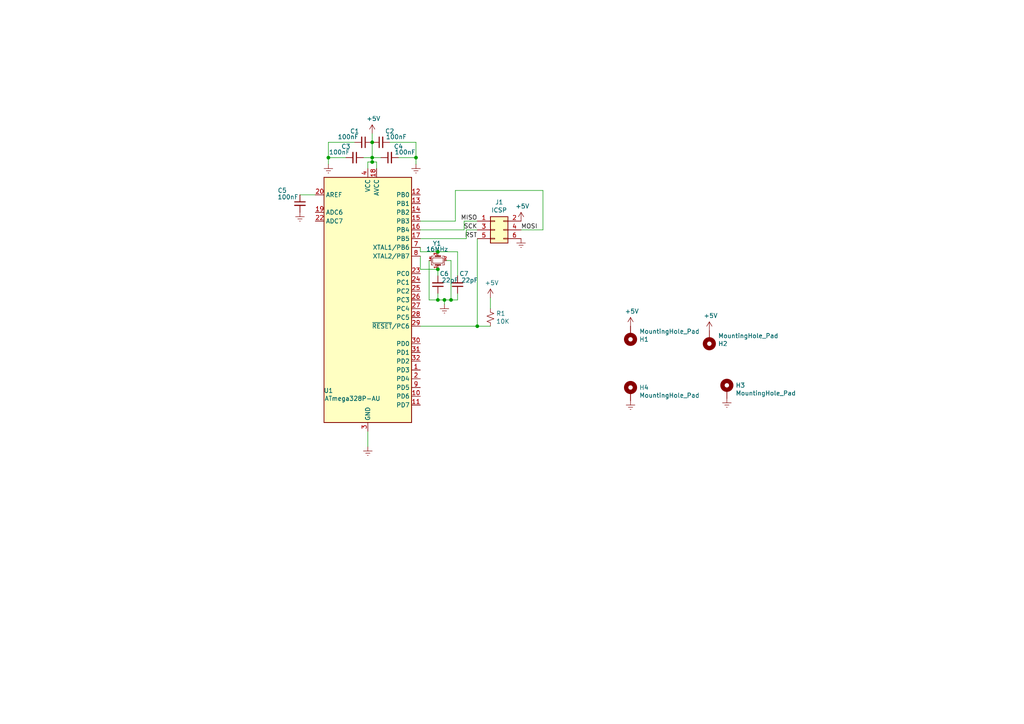
<source format=kicad_sch>
(kicad_sch (version 20200512) (host eeschema "(5.99.0-1662-g9db296991)")
  (page 1 1)
  (paper "A4")
  (lib_symbols
    (symbol "Connector_Generic:Conn_02x03_Odd_Even" (pin_names hide)
      (property "Reference" "J" (at 1.27 5.08 0))
      (property "Value" "Conn_02x03_Odd_Even" (at 1.27 -5.08 0))
      (symbol "Conn_02x03_Odd_Even_1_1"
        (rectangle (start -1.27 -2.413) (end 0 -2.667))
        (rectangle (start -1.27 2.667) (end 0 2.413))
        (rectangle (start -1.27 3.81) (end 3.81 -3.81) (stroke (width 0.254)) (fill (type background)))
        (rectangle (start -1.27 0.127) (end 0 -0.127))
        (rectangle (start 3.81 -2.413) (end 2.54 -2.667))
        (rectangle (start 3.81 2.667) (end 2.54 2.413))
        (rectangle (start 3.81 0.127) (end 2.54 -0.127))
        (pin passive line (at -5.08 2.54 0) (length 3.81) (name "Pin_1") (number "1"))
        (pin passive line (at 7.62 2.54 180) (length 3.81) (name "Pin_2") (number "2"))
        (pin passive line (at -5.08 0 0) (length 3.81) (name "Pin_3") (number "3"))
        (pin passive line (at 7.62 0 180) (length 3.81) (name "Pin_4") (number "4"))
        (pin passive line (at -5.08 -2.54 0) (length 3.81) (name "Pin_5") (number "5"))
        (pin passive line (at 7.62 -2.54 180) (length 3.81) (name "Pin_6") (number "6"))
      )
    )
    (symbol "Device:C_Small" (pin_numbers hide) (pin_names (offset 0.254) hide)
      (property "Reference" "C" (at 0.254 1.778 0))
      (property "Value" "C_Small" (at 0.254 -2.032 0))
      (symbol "C_Small_0_1"
        (polyline (pts (xy -1.524 -0.508) (xy 1.524 -0.508)) (stroke (width 0.3302)))
        (polyline (pts (xy -1.524 0.508) (xy 1.524 0.508)) (stroke (width 0.3048)))
      )
      (symbol "C_Small_1_1"
        (pin passive line (at 0 2.54 270) (length 2.032) (name "~") (number "1"))
        (pin passive line (at 0 -2.54 90) (length 2.032) (name "~") (number "2"))
      )
    )
    (symbol "Device:Crystal_GND24_Small" (pin_names hide)
      (property "Reference" "Y" (at 1.27 4.445 0))
      (property "Value" "Crystal_GND24_Small" (at 1.27 2.54 0))
      (symbol "Crystal_GND24_Small_0_1"
        (rectangle (start -0.762 -1.524) (end 0.762 1.524))
        (polyline (pts (xy -1.27 -0.762) (xy -1.27 0.762)) (stroke (width 0.381)))
        (polyline (pts (xy 1.27 -0.762) (xy 1.27 0.762)) (stroke (width 0.381)))
        (polyline (pts (xy -1.27 -1.27) (xy -1.27 -1.905) (xy 1.27 -1.905) (xy 1.27 -1.27)))
        (polyline (pts (xy -1.27 1.27) (xy -1.27 1.905) (xy 1.27 1.905) (xy 1.27 1.27)))
      )
      (symbol "Crystal_GND24_Small_1_1"
        (pin passive line (at -2.54 0 0) (length 1.27) (name "1") (number "1"))
        (pin passive line (at 0 -2.54 90) (length 0.635) (name "2") (number "2"))
        (pin passive line (at 2.54 0 180) (length 1.27) (name "3") (number "3"))
        (pin passive line (at 0 2.54 270) (length 0.635) (name "4") (number "4"))
      )
    )
    (symbol "Device:R_Small_US" (pin_numbers hide) (pin_names (offset 0.254) hide)
      (property "Reference" "R" (at 0.762 0.508 0))
      (property "Value" "R_Small_US" (at 0.762 -1.016 0))
      (symbol "R_Small_US_1_1"
        (polyline (pts (xy 0 0) (xy 1.016 -0.381) (xy 0 -0.762) (xy -1.016 -1.143) (xy 0 -1.524)))
        (polyline (pts (xy 0 1.524) (xy 1.016 1.143) (xy 0 0.762) (xy -1.016 0.381) (xy 0 0)))
        (pin passive line (at 0 2.54 270) (length 1.016) (name "~") (number "1"))
        (pin passive line (at 0 -2.54 90) (length 1.016) (name "~") (number "2"))
      )
    )
    (symbol "MCU_Microchip_ATmega:ATmega328P-AU" (pin_names (offset 0.508))
      (property "Reference" "U" (at -12.7 36.83 0))
      (property "Value" "ATmega328P-AU" (at 2.54 -36.83 0))
      (symbol "ATmega328P-AU_0_1"
        (rectangle (start -12.7 -35.56) (end 12.7 35.56) (stroke (width 0.254)) (fill (type background)))
      )
      (symbol "ATmega328P-AU_1_1"
        (pin bidirectional line (at 15.24 -20.32 180) (length 2.54) (name "PD3") (number "1"))
        (pin bidirectional line (at 15.24 -27.94 180) (length 2.54) (name "PD6") (number "10"))
        (pin bidirectional line (at 15.24 -30.48 180) (length 2.54) (name "PD7") (number "11"))
        (pin bidirectional line (at 15.24 30.48 180) (length 2.54) (name "PB0") (number "12"))
        (pin bidirectional line (at 15.24 27.94 180) (length 2.54) (name "PB1") (number "13"))
        (pin bidirectional line (at 15.24 25.4 180) (length 2.54) (name "PB2") (number "14"))
        (pin bidirectional line (at 15.24 22.86 180) (length 2.54) (name "PB3") (number "15"))
        (pin bidirectional line (at 15.24 20.32 180) (length 2.54) (name "PB4") (number "16"))
        (pin bidirectional line (at 15.24 17.78 180) (length 2.54) (name "PB5") (number "17"))
        (pin power_in line (at 2.54 38.1 270) (length 2.54) (name "AVCC") (number "18"))
        (pin input line (at -15.24 25.4 0) (length 2.54) (name "ADC6") (number "19"))
        (pin bidirectional line (at 15.24 -22.86 180) (length 2.54) (name "PD4") (number "2"))
        (pin passive line (at -15.24 30.48 0) (length 2.54) (name "AREF") (number "20"))
        (pin passive line (at 0 -38.1 90) (length 2.54) (name "GND") (number "21") hide)
        (pin input line (at -15.24 22.86 0) (length 2.54) (name "ADC7") (number "22"))
        (pin bidirectional line (at 15.24 7.62 180) (length 2.54) (name "PC0") (number "23"))
        (pin bidirectional line (at 15.24 5.08 180) (length 2.54) (name "PC1") (number "24"))
        (pin bidirectional line (at 15.24 2.54 180) (length 2.54) (name "PC2") (number "25"))
        (pin bidirectional line (at 15.24 0 180) (length 2.54) (name "PC3") (number "26"))
        (pin bidirectional line (at 15.24 -2.54 180) (length 2.54) (name "PC4") (number "27"))
        (pin bidirectional line (at 15.24 -5.08 180) (length 2.54) (name "PC5") (number "28"))
        (pin bidirectional line (at 15.24 -7.62 180) (length 2.54) (name "~RESET~/PC6") (number "29"))
        (pin power_in line (at 0 -38.1 90) (length 2.54) (name "GND") (number "3"))
        (pin bidirectional line (at 15.24 -12.7 180) (length 2.54) (name "PD0") (number "30"))
        (pin bidirectional line (at 15.24 -15.24 180) (length 2.54) (name "PD1") (number "31"))
        (pin bidirectional line (at 15.24 -17.78 180) (length 2.54) (name "PD2") (number "32"))
        (pin power_in line (at 0 38.1 270) (length 2.54) (name "VCC") (number "4"))
        (pin passive line (at 0 -38.1 90) (length 2.54) (name "GND") (number "5") hide)
        (pin passive line (at 0 38.1 270) (length 2.54) (name "VCC") (number "6") hide)
        (pin bidirectional line (at 15.24 15.24 180) (length 2.54) (name "XTAL1/PB6") (number "7"))
        (pin bidirectional line (at 15.24 12.7 180) (length 2.54) (name "XTAL2/PB7") (number "8"))
        (pin bidirectional line (at 15.24 -25.4 180) (length 2.54) (name "PD5") (number "9"))
      )
    )
    (symbol "Mechanical:MountingHole_Pad" (pin_numbers hide) (pin_names hide)
      (property "Reference" "H" (at 0 6.35 0))
      (property "Value" "MountingHole_Pad" (at 0 4.445 0))
      (symbol "MountingHole_Pad_0_1"
        (circle (center 0 1.27) (radius 1.27) (stroke (width 1.27)))
      )
      (symbol "MountingHole_Pad_1_1"
        (pin input line (at 0 -2.54 90) (length 2.54) (name "1") (number "1"))
      )
    )
    (symbol "power:+5V" (power) (pin_names (offset 0))
      (property "Value" "+5V" (at 0 3.556 0))
      (symbol "+5V_0_1"
        (polyline (pts (xy -0.762 1.27) (xy 0 2.54)))
        (polyline (pts (xy 0 0) (xy 0 2.54)))
        (polyline (pts (xy 0 2.54) (xy 0.762 1.27)))
      )
      (symbol "+5V_1_1"
        (pin power_in line (at 0 0 90) (length 0) (name "+5V") (number "1") hide)
      )
    )
    (symbol "power:GNDREF" (power) (pin_names (offset 0))
      (property "Value" "GNDREF" (at 0 -3.81 0))
      (symbol "GNDREF_0_1"
        (polyline (pts (xy -0.635 -1.905) (xy 0.635 -1.905)))
        (polyline (pts (xy -0.127 -2.54) (xy 0.127 -2.54)))
        (polyline (pts (xy 0 -1.27) (xy 0 0)))
        (polyline (pts (xy 1.27 -1.27) (xy -1.27 -1.27)))
      )
      (symbol "GNDREF_1_1"
        (pin power_in line (at 0 0 270) (length 0) (name "GNDREF") (number "1") hide)
      )
    )
  )
  (junction (at 95.25 45.72))
  (junction (at 107.95 41.275))
  (junction (at 107.95 45.72))
  (junction (at 107.95 46.99))
  (junction (at 120.65 45.72))
  (junction (at 127 73.025))
  (junction (at 127 78.105))
  (junction (at 127 86.995))
  (junction (at 128.905 86.995))
  (junction (at 130.81 86.995))
  (junction (at 138.43 94.615))
  (wire (pts (xy 86.995 56.515) (xy 91.44 56.515)))
  (wire (pts (xy 95.25 41.275) (xy 95.25 45.72)))
  (wire (pts (xy 95.25 45.72) (xy 95.25 47.625)))
  (wire (pts (xy 95.25 45.72) (xy 100.33 45.72)))
  (wire (pts (xy 102.87 41.275) (xy 95.25 41.275)))
  (wire (pts (xy 105.41 45.72) (xy 107.95 45.72)))
  (wire (pts (xy 106.68 46.99) (xy 107.95 46.99)))
  (wire (pts (xy 106.68 48.895) (xy 106.68 46.99)))
  (wire (pts (xy 106.68 125.095) (xy 106.68 129.54)))
  (wire (pts (xy 107.95 38.735) (xy 107.95 41.275)))
  (wire (pts (xy 107.95 41.275) (xy 107.95 45.72)))
  (wire (pts (xy 107.95 45.72) (xy 107.95 46.99)))
  (wire (pts (xy 107.95 45.72) (xy 110.49 45.72)))
  (wire (pts (xy 107.95 46.99) (xy 109.22 46.99)))
  (wire (pts (xy 109.22 46.99) (xy 109.22 48.895)))
  (wire (pts (xy 113.03 41.275) (xy 120.65 41.275)))
  (wire (pts (xy 120.65 41.275) (xy 120.65 45.72)))
  (wire (pts (xy 120.65 45.72) (xy 115.57 45.72)))
  (wire (pts (xy 120.65 45.72) (xy 120.65 47.625)))
  (wire (pts (xy 121.92 64.135) (xy 132.08 64.135)))
  (wire (pts (xy 121.92 69.215) (xy 135.255 69.215)))
  (wire (pts (xy 121.92 73.025) (xy 121.92 71.755)))
  (wire (pts (xy 121.92 78.105) (xy 121.92 74.295)))
  (wire (pts (xy 121.92 94.615) (xy 138.43 94.615)))
  (wire (pts (xy 124.46 75.565) (xy 124.46 86.995)))
  (wire (pts (xy 124.46 86.995) (xy 127 86.995)))
  (wire (pts (xy 127 73.025) (xy 121.92 73.025)))
  (wire (pts (xy 127 73.025) (xy 132.715 73.025)))
  (wire (pts (xy 127 78.105) (xy 121.92 78.105)))
  (wire (pts (xy 127 78.105) (xy 127 80.01)))
  (wire (pts (xy 127 85.09) (xy 127 86.995)))
  (wire (pts (xy 127 86.995) (xy 128.905 86.995)))
  (wire (pts (xy 128.905 86.995) (xy 128.905 88.265)))
  (wire (pts (xy 128.905 86.995) (xy 130.81 86.995)))
  (wire (pts (xy 129.54 75.565) (xy 130.81 75.565)))
  (wire (pts (xy 130.81 75.565) (xy 130.81 86.995)))
  (wire (pts (xy 130.81 86.995) (xy 132.715 86.995)))
  (wire (pts (xy 132.08 55.245) (xy 157.48 55.245)))
  (wire (pts (xy 132.08 64.135) (xy 132.08 55.245)))
  (wire (pts (xy 132.715 73.025) (xy 132.715 80.01)))
  (wire (pts (xy 132.715 85.09) (xy 132.715 86.995)))
  (wire (pts (xy 134.62 64.135) (xy 134.62 66.675)))
  (wire (pts (xy 134.62 66.675) (xy 121.92 66.675)))
  (wire (pts (xy 135.255 66.675) (xy 138.43 66.675)))
  (wire (pts (xy 135.255 69.215) (xy 135.255 66.675)))
  (wire (pts (xy 138.43 64.135) (xy 134.62 64.135)))
  (wire (pts (xy 138.43 69.215) (xy 138.43 94.615)))
  (wire (pts (xy 138.43 94.615) (xy 142.24 94.615)))
  (wire (pts (xy 142.24 86.36) (xy 142.24 89.535)))
  (wire (pts (xy 157.48 55.245) (xy 157.48 66.675)))
  (wire (pts (xy 157.48 66.675) (xy 151.13 66.675)))
  (label "MISO" (at 138.43 64.135 180))
  (label "SCK" (at 138.43 66.675 180))
  (label "RST" (at 138.43 69.215 180))
  (label "MOSI" (at 151.13 66.675 0))
  (symbol (lib_id "power:+5V") (at 107.95 38.735 0) (unit 1)
    (property "Reference" "#PWR0103" (effects hide))
    (property "Value" "+5V" (at 108.3183 34.4106 0))
  )
  (symbol (lib_id "power:+5V") (at 142.24 86.36 0) (unit 1)
    (property "Reference" "#PWR0113" (effects hide))
    (property "Value" "+5V" (at 142.621 82.042 0))
  )
  (symbol (lib_id "power:+5V") (at 151.13 64.135 0) (unit 1)
    (property "Reference" "#PWR0106" (effects hide))
    (property "Value" "+5V" (at 151.511 59.817 0))
  )
  (symbol (lib_id "power:+5V") (at 182.88 94.615 0) (unit 1)
    (property "Reference" "#PWR0108" (effects hide))
    (property "Value" "+5V" (at 183.261 90.297 0))
  )
  (symbol (lib_id "power:+5V") (at 205.74 95.885 0) (unit 1)
    (property "Reference" "#PWR0112" (effects hide))
    (property "Value" "+5V" (at 206.121 91.567 0))
  )
  (symbol (lib_id "power:GNDREF") (at 86.995 61.595 0) (unit 1)
    (property "Reference" "#PWR0109" (effects hide))
    (property "Value" "GNDREF" (effects hide))
  )
  (symbol (lib_id "power:GNDREF") (at 95.25 47.625 0) (unit 1)
    (property "Reference" "#PWR0102" (effects hide))
    (property "Value" "GNDREF" (effects hide))
  )
  (symbol (lib_id "power:GNDREF") (at 106.68 129.54 0) (unit 1)
    (property "Reference" "#PWR0104" (effects hide))
    (property "Value" "GNDREF" (effects hide))
  )
  (symbol (lib_id "power:GNDREF") (at 120.65 47.625 0) (unit 1)
    (property "Reference" "#PWR0101" (effects hide))
    (property "Value" "GNDREF" (effects hide))
  )
  (symbol (lib_id "power:GNDREF") (at 128.905 88.265 0) (unit 1)
    (property "Reference" "#PWR0105" (effects hide))
    (property "Value" "GNDREF" (effects hide))
  )
  (symbol (lib_id "power:GNDREF") (at 151.13 69.215 0) (unit 1)
    (property "Reference" "#PWR0107" (effects hide))
    (property "Value" "GNDREF" (effects hide))
  )
  (symbol (lib_id "power:GNDREF") (at 182.88 116.205 0) (unit 1)
    (property "Reference" "#PWR0110" (effects hide))
    (property "Value" "GNDREF" (effects hide))
  )
  (symbol (lib_id "power:GNDREF") (at 210.82 115.57 0) (unit 1)
    (property "Reference" "#PWR0111" (effects hide))
    (property "Value" "GNDREF" (effects hide))
  )
  (symbol (lib_id "Device:R_Small_US") (at 142.24 92.075 0) (unit 1)
    (property "Reference" "R1" (at 143.8911 90.9256 0) (effects (justify left)))
    (property "Value" "10K" (at 143.8911 93.2243 0) (effects (justify left)))
    (property "Footprint" "Resistor_SMD:R_0805_2012Metric" (effects hide))
  )
  (symbol (lib_id "Device:C_Small") (at 86.995 59.055 0) (mirror y) (unit 1)
    (property "Reference" "C5" (at 81.8642 55.245 0))
    (property "Value" "100nF" (at 83.5152 57.15 0))
    (property "Footprint" "Capacitor_SMD:C_0805_2012Metric" (effects hide))
  )
  (symbol (lib_id "Device:C_Small") (at 102.87 45.72 270) (mirror x) (unit 1)
    (property "Reference" "C3" (at 100.33 42.4942 90))
    (property "Value" "100nF" (at 98.425 44.1452 90))
    (property "Footprint" "Capacitor_SMD:C_0805_2012Metric" (effects hide))
  )
  (symbol (lib_id "Device:C_Small") (at 105.41 41.275 270) (mirror x) (unit 1)
    (property "Reference" "C1" (at 102.87 38.0492 90))
    (property "Value" "100nF" (at 100.965 39.7002 90))
    (property "Footprint" "Capacitor_SMD:C_0805_2012Metric" (effects hide))
  )
  (symbol (lib_id "Device:C_Small") (at 110.49 41.275 90) (unit 1)
    (property "Reference" "C2" (at 113.03 38.0427 90))
    (property "Value" "100nF" (at 114.935 39.7064 90))
    (property "Footprint" "Capacitor_SMD:C_0805_2012Metric" (effects hide))
  )
  (symbol (lib_id "Device:C_Small") (at 113.03 45.72 90) (unit 1)
    (property "Reference" "C4" (at 115.57 42.4942 90))
    (property "Value" "100nF" (at 117.475 44.1452 90))
    (property "Footprint" "Capacitor_SMD:C_0805_2012Metric" (effects hide))
  )
  (symbol (lib_id "Device:C_Small") (at 127 82.55 180) (unit 1)
    (property "Reference" "C6" (at 128.8542 79.375 0))
    (property "Value" "22pF" (at 130.5052 81.28 0))
    (property "Footprint" "Capacitor_SMD:C_0805_2012Metric" (effects hide))
  )
  (symbol (lib_id "Device:C_Small") (at 132.715 82.55 180) (unit 1)
    (property "Reference" "C7" (at 134.5692 79.375 0))
    (property "Value" "22pF" (at 136.2202 81.28 0))
    (property "Footprint" "Capacitor_SMD:C_0805_2012Metric" (effects hide))
  )
  (symbol (lib_id "Mechanical:MountingHole_Pad") (at 182.88 97.155 0) (mirror x) (unit 1)
    (property "Reference" "H1" (at 185.4201 98.4314 0) (effects (justify left)))
    (property "Value" "MountingHole_Pad" (at 185.4201 96.1327 0) (effects (justify left)))
    (property "Footprint" "MountingHole:MountingHole_2.2mm_M2_Pad_Via" (effects hide))
  )
  (symbol (lib_id "Mechanical:MountingHole_Pad") (at 182.88 113.665 0) (unit 1)
    (property "Reference" "H4" (at 185.42 112.395 0) (effects (justify left)))
    (property "Value" "MountingHole_Pad" (at 185.42 114.681 0) (effects (justify left)))
    (property "Footprint" "MountingHole:MountingHole_2.2mm_M2_Pad_Via" (effects hide))
  )
  (symbol (lib_id "Mechanical:MountingHole_Pad") (at 205.74 98.425 0) (mirror x) (unit 1)
    (property "Reference" "H2" (at 208.28 99.695 0) (effects (justify left)))
    (property "Value" "MountingHole_Pad" (at 208.28 97.409 0) (effects (justify left)))
    (property "Footprint" "MountingHole:MountingHole_2.2mm_M2_Pad_Via" (effects hide))
  )
  (symbol (lib_id "Mechanical:MountingHole_Pad") (at 210.82 113.03 0) (unit 1)
    (property "Reference" "H3" (at 213.36 111.76 0) (effects (justify left)))
    (property "Value" "MountingHole_Pad" (at 213.36 114.046 0) (effects (justify left)))
    (property "Footprint" "MountingHole:MountingHole_2.2mm_M2_Pad_Via" (effects hide))
  )
  (symbol (lib_id "Device:Crystal_GND24_Small") (at 127 75.565 90) (unit 1)
    (property "Reference" "Y1" (at 125.4761 70.6056 90) (effects (justify right)))
    (property "Value" "16MHz" (at 123.5711 72.2693 90) (effects (justify right)))
    (property "Footprint" "Crystal:Crystal_SMD_3225-4Pin_3.2x2.5mm" (effects hide))
  )
  (symbol (lib_id "Connector_Generic:Conn_02x03_Odd_Even") (at 143.51 66.675 0) (unit 1)
    (property "Reference" "J1" (at 144.78 58.6548 0))
    (property "Value" "ICSP" (at 144.78 60.9535 0))
    (property "Footprint" "Custom_Vertical_2x_2.54mm_Pin_Header:PinHeader_2x03_P2.54mm_Vertical" (effects hide))
  )
  (symbol (lib_id "MCU_Microchip_ATmega:ATmega328P-AU") (at 106.68 86.995 0) (unit 1)
    (property "Reference" "U1" (at 95.25 113.2904 0))
    (property "Value" "ATmega328P-AU" (at 102.235 115.5891 0))
    (property "Footprint" "Package_QFP:TQFP-32_7x7mm_P0.8mm" (effects hide))
    (property "Datasheet" "http://ww1.microchip.com/downloads/en/DeviceDoc/ATmega328_P%20AVR%20MCU%20with%20picoPower%20Technology%20Data%20Sheet%2040001984A.pdf" (effects hide))
  )
)
</source>
